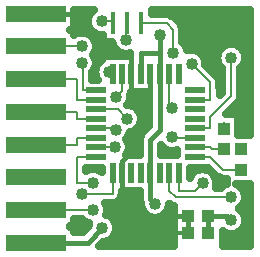
<source format=gbr>
G04 DipTrace 3.3.1.1*
G04 Top.gbr*
%MOIN*%
G04 #@! TF.FileFunction,Copper,L1,Top*
G04 #@! TF.Part,Single*
G04 #@! TA.AperFunction,Conductor*
%ADD13C,0.008*%
%ADD14C,0.017*%
G04 #@! TA.AperFunction,CopperBalancing*
%ADD15C,0.025*%
%ADD16C,0.013*%
%ADD17R,0.2X0.0545*%
%ADD18R,0.043307X0.03937*%
%ADD19R,0.03937X0.043307*%
%ADD21R,0.019685X0.066929*%
%ADD22R,0.066929X0.019685*%
%ADD24R,0.015748X0.074803*%
G04 #@! TA.AperFunction,ViaPad*
%ADD25C,0.04*%
%FSLAX26Y26*%
G04*
G70*
G90*
G75*
G01*
G04 Top*
%LPD*%
X765818Y911960D2*
D13*
X785974Y932116D1*
Y987449D1*
X956448Y1058791D2*
Y1134700D1*
X934948Y1156200D1*
X849949D1*
X718700Y1162449D2*
X749212D1*
X755461Y1156200D1*
X743700Y993700D2*
X748228D1*
X754478Y987449D1*
X848966D2*
D14*
Y1058791D1*
X903456D1*
X720302Y473696D2*
Y468700D1*
X880462Y656741D2*
Y569693D1*
X896527Y553629D1*
X911959Y987449D2*
Y799735D1*
X880462Y768239D1*
Y656741D1*
X911810Y1118700D2*
X911959Y987449D1*
X802705Y1156200D2*
D13*
X799951D1*
Y1099949D1*
X499951Y424951D2*
D14*
X671557D1*
X720302Y473696D1*
X880462Y987449D2*
Y874535D1*
X848964D1*
X817470Y906028D1*
Y987449D1*
X1006200Y456200D2*
Y512449D1*
X817470Y987449D2*
Y1042409D1*
X776241D1*
X630659Y1187990D1*
X500001D1*
X1006200Y512449D2*
X785974D1*
Y656741D1*
Y698474D1*
X848964Y761464D1*
Y874535D1*
X765818Y800503D2*
D13*
X759974Y806347D1*
X699360D1*
X651838Y1024397D2*
X656684Y1019550D1*
Y932331D1*
X699360D1*
X651838Y586944D2*
X754478D1*
Y656741D1*
X499951Y533949D2*
X689310D1*
Y533952D1*
Y624417D2*
X635692D1*
Y711859D1*
X699360D1*
X762451Y743700D2*
X762106Y743355D1*
X699360D1*
X499951Y751951D2*
X635692D1*
Y774851D1*
X699360D1*
Y837843D2*
X635692D1*
Y860951D1*
X499951D1*
Y969951D2*
X635692D1*
Y900835D1*
X699360D1*
X803291Y837976D2*
X771927Y869339D1*
X699360D1*
X499951Y1078951D2*
X651838D1*
Y1078952D1*
X953452Y874968D2*
X943455Y884965D1*
Y987449D1*
X1017787Y1021798D2*
X1080527Y959058D1*
Y900835D1*
X1030069D1*
X1073129Y456200D2*
D14*
Y512449D1*
X1136645D1*
X1149951Y499144D1*
Y576588D2*
D13*
X964448D1*
X943455Y597582D1*
Y656741D1*
X1054456Y622645D2*
X1029393Y597582D1*
X974951D1*
Y656741D1*
X1030069Y711859D2*
X1080527D1*
X1123686Y668700D1*
X1181200D1*
X1030069Y743355D2*
X1080527D1*
X1086432Y737449D1*
X1124951D1*
X953452Y775972D2*
X954573Y774851D1*
X1030069D1*
X1149951Y1041256D2*
Y912616D1*
X1080527Y843192D1*
Y806347D1*
X1030069D1*
X1181200Y735629D2*
Y737449D1*
X1124951Y806200D2*
Y804378D1*
D25*
Y806200D3*
X1181200Y737449D3*
X743700Y993700D3*
X718700Y1162449D3*
X765818Y911960D3*
X956448Y1058791D3*
X799951Y1099949D3*
X720302Y473696D3*
X896527Y553629D3*
X911810Y1118700D3*
X765818Y800503D3*
X651838Y1024397D3*
Y586944D3*
X689310Y533952D3*
Y624417D3*
X762451Y743700D3*
X803291Y837976D3*
X953452Y874968D3*
X651838Y1078952D3*
X1017787Y1021798D3*
X1149951Y499144D3*
Y576588D3*
X1054456Y622645D3*
X953452Y775972D3*
X1149951Y1041256D3*
X628999Y1175081D2*
D15*
X671438D1*
X961717D2*
X1209952D1*
X628999Y1150212D2*
X671330D1*
X985221D2*
X1209952D1*
X628962Y1125343D2*
X646175D1*
X657527D2*
X688159D1*
X989456D2*
X1209952D1*
X695564Y1100476D2*
X718590D1*
X989456D2*
X1209952D1*
X700731Y1075607D2*
X757847D1*
X1002302D2*
X1116115D1*
X1183804D2*
X1209952D1*
X692657Y1050738D2*
X811457D1*
X1056666D2*
X1101940D1*
X1197978D2*
X1209952D1*
X1066607Y1025869D2*
X1103554D1*
X1196327D2*
X1209952D1*
X1084225Y1001001D2*
X1116940D1*
X1182943D2*
X1209952D1*
X689679Y976132D2*
X698166D1*
X1108304D2*
X1116940D1*
X1182943D2*
X1209952D1*
X1182943Y951263D2*
X1209952D1*
X818431Y926394D2*
X874470D1*
X1182943D2*
X1209952D1*
X813623Y901525D2*
X874470D1*
X1180861D2*
X1209952D1*
X831600Y876657D2*
X874470D1*
X1159619D2*
X1209952D1*
X850188Y851788D2*
X874470D1*
X1173649D2*
X1209952D1*
X850943Y826919D2*
X874470D1*
X1173649D2*
X1209952D1*
X835297Y802050D2*
X862270D1*
X1173756D2*
X1209952D1*
X808564Y777182D2*
X844112D1*
X810645Y752313D2*
X842964D1*
X808527Y727444D2*
X842964D1*
X917974D2*
X967590D1*
X1103137Y627969D2*
X1132514D1*
X1190658Y603100D2*
X1209952D1*
X786208Y578231D2*
X842964D1*
X1198911D2*
X1209952D1*
X734067Y553363D2*
X847019D1*
X1192739D2*
X1209952D1*
X737980Y528494D2*
X854914D1*
X938141D2*
X955532D1*
X1188504D2*
X1209952D1*
X758397Y503625D2*
X955532D1*
X1198731D2*
X1209952D1*
X614968Y478756D2*
X671581D1*
X769019D2*
X955532D1*
X1194246D2*
X1209952D1*
X764856Y453888D2*
X955532D1*
X1123770D2*
X1136784D1*
X1163134D2*
X1209952D1*
X735683Y429019D2*
X955532D1*
X1123770D2*
X1209952D1*
X612474Y478700D2*
X626451D1*
Y459932D1*
X657087Y459951D1*
X673881Y476772D1*
X675087Y484552D1*
X676518Y489256D1*
X671515Y490991D1*
X665014Y494304D1*
X659111Y498594D1*
X654231Y503449D1*
X626477D1*
X626451Y480200D1*
X612419D1*
X612451Y478716D1*
X612474Y1132700D2*
X626451D1*
Y1117880D1*
X630728Y1120384D1*
X637469Y1123176D1*
X644564Y1124880D1*
X651838Y1125452D1*
X659112Y1124880D1*
X666207Y1123176D1*
X672948Y1120384D1*
X679170Y1116571D1*
X684718Y1111833D1*
X689457Y1106284D1*
X693270Y1100062D1*
X696062Y1093321D1*
X697766Y1086226D1*
X698338Y1078952D1*
X697766Y1071678D1*
X696062Y1064583D1*
X693270Y1057842D1*
X689497Y1051679D1*
X693270Y1045507D1*
X696062Y1038766D1*
X697766Y1031671D1*
X698338Y1024397D1*
X697766Y1017123D1*
X696062Y1010028D1*
X693270Y1003287D1*
X689457Y997065D1*
X687187Y994187D1*
X687184Y968703D1*
X704525Y968674D1*
X700739Y975905D1*
X698485Y982844D1*
X697343Y990052D1*
Y997348D1*
X698485Y1004556D1*
X700739Y1011495D1*
X704052Y1017997D1*
X708342Y1023899D1*
X713501Y1029058D1*
X718134Y1032501D1*
X718136Y1047414D1*
X813952D1*
X813966Y1055629D1*
X807225Y1054022D1*
X799951Y1053449D1*
X792676Y1054022D1*
X785582Y1055725D1*
X778840Y1058518D1*
X772619Y1062330D1*
X767070Y1067069D1*
X762331Y1072617D1*
X758519Y1078839D1*
X755726Y1085581D1*
X754098Y1092297D1*
X721087Y1092298D1*
Y1116018D1*
X715052Y1116092D1*
X707844Y1117234D1*
X700905Y1119489D1*
X694403Y1122801D1*
X688501Y1127091D1*
X683342Y1132250D1*
X679052Y1138153D1*
X675739Y1144654D1*
X673485Y1151594D1*
X672343Y1158801D1*
Y1166098D1*
X673485Y1173305D1*
X675739Y1180245D1*
X679052Y1186746D1*
X683342Y1192649D1*
X688501Y1197808D1*
X691222Y1199953D1*
X626510Y1199949D1*
X626501Y1134239D1*
X612469D1*
X958046Y412448D2*
Y546767D1*
X952776Y548410D1*
X948512Y550583D1*
X944633Y553402D1*
X943027Y553629D1*
X942455Y546355D1*
X940751Y539260D1*
X937959Y532519D1*
X934146Y526297D1*
X929407Y520749D1*
X923859Y516010D1*
X917637Y512197D1*
X910896Y509405D1*
X903801Y507701D1*
X896527Y507129D1*
X889252Y507701D1*
X882158Y509405D1*
X875417Y512197D1*
X869195Y516010D1*
X863646Y520749D1*
X858907Y526297D1*
X855095Y532519D1*
X852302Y539260D1*
X850599Y546355D1*
X850078Y552333D1*
X848127Y556300D1*
X846430Y561523D1*
X845570Y566947D1*
X845462Y596787D1*
X784959Y596776D1*
X784884Y584552D1*
X784136Y579823D1*
X782657Y575272D1*
X780483Y571008D1*
X777671Y567136D1*
X774287Y563751D1*
X770414Y560939D1*
X766150Y558766D1*
X761599Y557287D1*
X756871Y556539D1*
X730041Y556444D1*
X732271Y551747D1*
X734525Y544808D1*
X735667Y537600D1*
Y530304D1*
X734525Y523096D1*
X733095Y518392D1*
X738098Y516657D1*
X744599Y513344D1*
X750502Y509054D1*
X755661Y503896D1*
X759951Y497993D1*
X763263Y491491D1*
X765518Y484552D1*
X766659Y477344D1*
Y470048D1*
X765518Y462840D1*
X763263Y455901D1*
X759951Y449399D1*
X755661Y443497D1*
X750502Y438338D1*
X744599Y434048D1*
X738098Y430735D1*
X731158Y428481D1*
X723423Y427318D1*
X708539Y412434D1*
X958039Y412451D1*
X1121283Y462518D2*
Y412423D1*
X1212457Y412451D1*
X1212449Y620531D1*
X1165127Y620546D1*
X1171061Y618020D1*
X1177283Y614208D1*
X1182831Y609469D1*
X1187570Y603920D1*
X1191382Y597699D1*
X1194175Y590957D1*
X1195878Y583863D1*
X1196451Y576588D1*
X1195878Y569314D1*
X1194175Y562220D1*
X1191382Y555478D1*
X1187570Y549256D1*
X1182831Y543708D1*
X1177283Y538969D1*
X1175658Y537884D1*
X1180150Y534502D1*
X1185309Y529343D1*
X1189599Y523440D1*
X1192911Y516939D1*
X1195166Y509999D1*
X1196308Y502792D1*
Y495495D1*
X1195166Y488288D1*
X1192911Y481348D1*
X1189599Y474847D1*
X1185309Y468944D1*
X1180150Y463785D1*
X1174247Y459495D1*
X1167746Y456183D1*
X1160806Y453928D1*
X1153599Y452787D1*
X1146302D1*
X1139095Y453928D1*
X1132155Y456183D1*
X1125654Y459495D1*
X1121285Y462575D1*
X1135015Y620654D2*
Y638166D1*
X1121293Y638294D1*
X1116565Y639043D1*
X1112014Y640522D1*
X1107750Y642695D1*
X1103877Y645507D1*
X1073725Y675527D1*
X1011268Y675516D1*
X1011293Y639948D1*
X1014808Y646941D1*
X1019098Y652844D1*
X1024256Y658003D1*
X1030159Y662293D1*
X1036661Y665606D1*
X1043600Y667860D1*
X1050808Y669002D1*
X1058104D1*
X1065312Y667860D1*
X1072251Y665606D1*
X1078752Y662293D1*
X1084655Y658003D1*
X1089814Y652844D1*
X1094104Y646941D1*
X1097417Y640440D1*
X1099671Y633501D1*
X1100813Y626293D1*
Y618997D1*
X1099671Y611789D1*
X1098241Y607085D1*
X1114839Y607088D1*
X1119751Y611947D1*
X1125654Y616237D1*
X1132155Y619549D1*
X1135006Y620600D1*
X1171150Y783783D2*
X1181200Y783949D1*
X1199319Y783783D1*
X1212418D1*
X1212449Y1199917D1*
X884301Y1199949D1*
X884323Y1186693D1*
X937340Y1186606D1*
X942069Y1185857D1*
X946620Y1184378D1*
X950884Y1182205D1*
X954756Y1179393D1*
X978015Y1156267D1*
X981123Y1152628D1*
X983624Y1148546D1*
X985456Y1144125D1*
X986573Y1139472D1*
X986948Y1134691D1*
Y1093899D1*
X991806Y1088990D1*
X996096Y1083087D1*
X999409Y1076586D1*
X1001663Y1069646D1*
X1002420Y1065683D1*
X1006931Y1067014D1*
X1014138Y1068155D1*
X1021435D1*
X1028642Y1067014D1*
X1035582Y1064759D1*
X1042083Y1061447D1*
X1047986Y1057157D1*
X1053145Y1051998D1*
X1057435Y1046095D1*
X1060747Y1039594D1*
X1063002Y1032654D1*
X1064144Y1025447D1*
X1064159Y1018564D1*
X1103720Y978867D1*
X1106532Y974994D1*
X1108705Y970730D1*
X1110184Y966179D1*
X1110932Y961451D1*
X1111027Y916822D1*
X1119426Y925225D1*
X1119451Y1006166D1*
X1114592Y1011057D1*
X1110302Y1016960D1*
X1106990Y1023461D1*
X1104735Y1030401D1*
X1103594Y1037608D1*
Y1044905D1*
X1104735Y1052112D1*
X1106990Y1059052D1*
X1110302Y1065553D1*
X1114592Y1071456D1*
X1119751Y1076615D1*
X1125654Y1080905D1*
X1132155Y1084217D1*
X1139095Y1086472D1*
X1146302Y1087613D1*
X1153599D1*
X1160806Y1086472D1*
X1167746Y1084217D1*
X1174247Y1080905D1*
X1180150Y1076615D1*
X1185309Y1071456D1*
X1189599Y1065553D1*
X1192911Y1059052D1*
X1195166Y1052112D1*
X1196308Y1044905D1*
Y1037608D1*
X1195166Y1030401D1*
X1192911Y1023461D1*
X1189599Y1016960D1*
X1185309Y1011057D1*
X1180453Y1006178D1*
X1180356Y910224D1*
X1179608Y905495D1*
X1178129Y900944D1*
X1175956Y896680D1*
X1173144Y892808D1*
X1133025Y852557D1*
X1171136Y852532D1*
X1171308Y809848D1*
Y802552D1*
X1171136Y797414D1*
Y783814D1*
X876952Y927485D2*
X816099Y927344D1*
X814982Y922691D1*
X812175Y915608D1*
Y908312D1*
X811033Y901104D1*
X808779Y894165D1*
X805466Y887663D1*
X803322Y884482D1*
X810565Y883903D1*
X817659Y882200D1*
X824401Y879407D1*
X830623Y875595D1*
X836171Y870856D1*
X840910Y865308D1*
X844722Y859086D1*
X847515Y852344D1*
X849218Y845250D1*
X849791Y837976D1*
X849218Y830701D1*
X847515Y823607D1*
X844722Y816865D1*
X840910Y810644D1*
X836171Y805095D1*
X830623Y800356D1*
X824401Y796544D1*
X817659Y793751D1*
X811586Y792251D1*
X810043Y786134D1*
X807250Y779393D1*
X803438Y773171D1*
X800838Y769938D1*
X803882Y764810D1*
X806675Y758069D1*
X808378Y750974D1*
X808951Y743700D1*
X808378Y736426D1*
X806675Y729331D1*
X803882Y722590D1*
X800300Y716712D1*
X845465Y716705D1*
X845570Y770986D1*
X846430Y776410D1*
X848127Y781633D1*
X850620Y786527D1*
X853848Y790970D1*
X876952Y814226D1*
X876959Y927519D1*
X718166Y675516D2*
X666205D1*
X666192Y664743D1*
X671515Y667377D1*
X678455Y669632D1*
X685662Y670773D1*
X692959D1*
X700166Y669632D1*
X707106Y667377D1*
X713607Y664065D1*
X718132Y660861D1*
X718136Y675541D1*
X915462Y716705D2*
X970088D1*
X970104Y732525D1*
X964308Y730756D1*
X957100Y729615D1*
X949804D1*
X942596Y730756D1*
X935657Y733011D1*
X929155Y736323D1*
X923252Y740613D1*
X918094Y745772D1*
X915460Y749197D1*
X915462Y716674D1*
X958082Y456200D2*
D16*
X1006200D1*
X958082Y512449D2*
X1006200D1*
X880462Y987449D2*
Y927520D1*
X817470Y1047378D2*
Y927520D1*
D17*
X499951Y424951D3*
Y533951D3*
Y642951D3*
Y751951D3*
Y860951D3*
Y969951D3*
Y1078951D3*
X500001Y1187990D3*
D18*
X1006200Y456200D3*
X1073129D3*
X1006200Y512449D3*
X1073129D3*
D19*
X1181200Y668700D3*
Y735629D3*
X1124951Y737449D3*
Y804378D3*
D21*
X974951Y987449D3*
X943455D3*
X911959D3*
X880462D3*
X848966D3*
X817470D3*
X785974D3*
X754478D3*
D22*
X699360Y932331D3*
Y900835D3*
Y869339D3*
Y837843D3*
Y806347D3*
Y774851D3*
Y743355D3*
Y711859D3*
D21*
X754478Y656741D3*
X785974D3*
X817470D3*
X848966D3*
X880462D3*
X911959D3*
X943455D3*
X974951D3*
D22*
X1030069Y711859D3*
Y743355D3*
Y774851D3*
Y806347D3*
Y837843D3*
Y869339D3*
Y900835D3*
Y932331D3*
D24*
X849949Y1156200D3*
X802705D3*
X755461D3*
M02*

</source>
